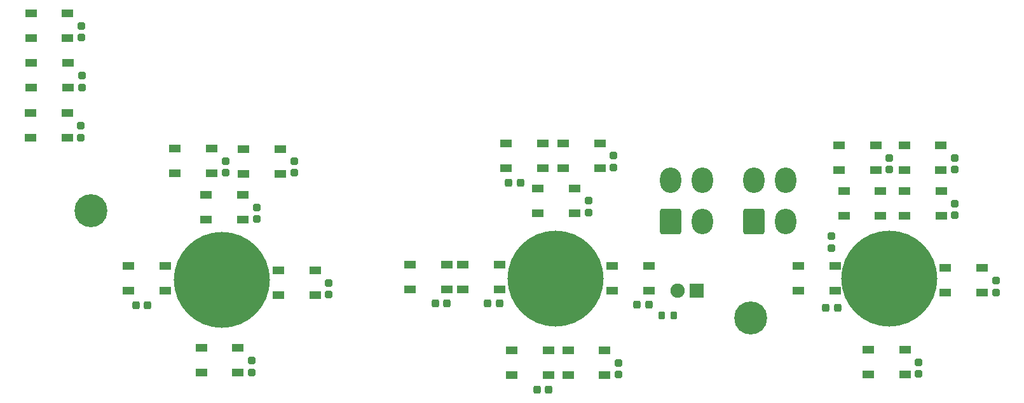
<source format=gbr>
%TF.GenerationSoftware,KiCad,Pcbnew,(6.0.9)*%
%TF.CreationDate,2023-01-06T20:53:46-09:00*%
%TF.ProjectId,ELEC PANEL,454c4543-2050-4414-9e45-4c2e6b696361,rev?*%
%TF.SameCoordinates,Original*%
%TF.FileFunction,Soldermask,Top*%
%TF.FilePolarity,Negative*%
%FSLAX46Y46*%
G04 Gerber Fmt 4.6, Leading zero omitted, Abs format (unit mm)*
G04 Created by KiCad (PCBNEW (6.0.9)) date 2023-01-06 20:53:46*
%MOMM*%
%LPD*%
G01*
G04 APERTURE LIST*
G04 Aperture macros list*
%AMRoundRect*
0 Rectangle with rounded corners*
0 $1 Rounding radius*
0 $2 $3 $4 $5 $6 $7 $8 $9 X,Y pos of 4 corners*
0 Add a 4 corners polygon primitive as box body*
4,1,4,$2,$3,$4,$5,$6,$7,$8,$9,$2,$3,0*
0 Add four circle primitives for the rounded corners*
1,1,$1+$1,$2,$3*
1,1,$1+$1,$4,$5*
1,1,$1+$1,$6,$7*
1,1,$1+$1,$8,$9*
0 Add four rect primitives between the rounded corners*
20,1,$1+$1,$2,$3,$4,$5,0*
20,1,$1+$1,$4,$5,$6,$7,0*
20,1,$1+$1,$6,$7,$8,$9,0*
20,1,$1+$1,$8,$9,$2,$3,0*%
G04 Aperture macros list end*
%ADD10RoundRect,0.050000X-0.750000X-0.450000X0.750000X-0.450000X0.750000X0.450000X-0.750000X0.450000X0*%
%ADD11RoundRect,0.250000X0.200000X0.275000X-0.200000X0.275000X-0.200000X-0.275000X0.200000X-0.275000X0*%
%ADD12RoundRect,0.275000X-0.250000X0.225000X-0.250000X-0.225000X0.250000X-0.225000X0.250000X0.225000X0*%
%ADD13RoundRect,0.275000X-0.225000X-0.250000X0.225000X-0.250000X0.225000X0.250000X-0.225000X0.250000X0*%
%ADD14RoundRect,0.275000X0.225000X0.250000X-0.225000X0.250000X-0.225000X-0.250000X0.225000X-0.250000X0*%
%ADD15RoundRect,0.275000X0.250000X-0.225000X0.250000X0.225000X-0.250000X0.225000X-0.250000X-0.225000X0*%
%ADD16C,12.800000*%
%ADD17C,4.400000*%
%ADD18RoundRect,0.050000X0.900000X0.900000X-0.900000X0.900000X-0.900000X-0.900000X0.900000X-0.900000X0*%
%ADD19C,1.900000*%
%ADD20RoundRect,0.300001X-1.099999X-1.399999X1.099999X-1.399999X1.099999X1.399999X-1.099999X1.399999X0*%
%ADD21O,2.800000X3.400000*%
G04 APERTURE END LIST*
D10*
%TO.C,D2*%
X32373400Y-99417000D03*
X32373400Y-102717000D03*
X37273400Y-102717000D03*
X37273400Y-99417000D03*
%TD*%
%TO.C,D3*%
X32398800Y-106046000D03*
X32398800Y-109346000D03*
X37298800Y-109346000D03*
X37298800Y-106046000D03*
%TD*%
%TO.C,D4*%
X32311000Y-112752000D03*
X32311000Y-116052000D03*
X37211000Y-116052000D03*
X37211000Y-112752000D03*
%TD*%
%TO.C,D5*%
X51550400Y-117451000D03*
X51550400Y-120751000D03*
X56450400Y-120751000D03*
X56450400Y-117451000D03*
%TD*%
%TO.C,D6*%
X60680600Y-117501000D03*
X60680600Y-120801000D03*
X65580600Y-120801000D03*
X65580600Y-117501000D03*
%TD*%
%TO.C,D7*%
X55716000Y-123648000D03*
X55716000Y-126948000D03*
X60616000Y-126948000D03*
X60616000Y-123648000D03*
%TD*%
%TO.C,D8*%
X65331000Y-133681000D03*
X65331000Y-136981000D03*
X70231000Y-136981000D03*
X70231000Y-133681000D03*
%TD*%
%TO.C,D9*%
X55069400Y-144070000D03*
X55069400Y-147370000D03*
X59969400Y-147370000D03*
X59969400Y-144070000D03*
%TD*%
%TO.C,D10*%
X45392000Y-133122000D03*
X45392000Y-136422000D03*
X50292000Y-136422000D03*
X50292000Y-133122000D03*
%TD*%
%TO.C,D11*%
X95644800Y-116739000D03*
X95644800Y-120039000D03*
X100544800Y-120039000D03*
X100544800Y-116739000D03*
%TD*%
%TO.C,D12*%
X103304000Y-116739000D03*
X103304000Y-120039000D03*
X108204000Y-120039000D03*
X108204000Y-116739000D03*
%TD*%
%TO.C,D13*%
X99926000Y-122759000D03*
X99926000Y-126059000D03*
X104826000Y-126059000D03*
X104826000Y-122759000D03*
%TD*%
%TO.C,D14*%
X109793000Y-133122000D03*
X109793000Y-136422000D03*
X114693000Y-136422000D03*
X114693000Y-133122000D03*
%TD*%
%TO.C,D15*%
X103914000Y-144374000D03*
X103914000Y-147674000D03*
X108814000Y-147674000D03*
X108814000Y-144374000D03*
%TD*%
%TO.C,D16*%
X96443800Y-144400000D03*
X96443800Y-147700000D03*
X101343800Y-147700000D03*
X101343800Y-144400000D03*
%TD*%
%TO.C,D17*%
X82880200Y-132944000D03*
X82880200Y-136244000D03*
X87780200Y-136244000D03*
X87780200Y-132944000D03*
%TD*%
%TO.C,D18*%
X89918200Y-132919000D03*
X89918200Y-136219000D03*
X94818200Y-136219000D03*
X94818200Y-132919000D03*
%TD*%
%TO.C,D19*%
X140005000Y-117044000D03*
X140005000Y-120344000D03*
X144905000Y-120344000D03*
X144905000Y-117044000D03*
%TD*%
%TO.C,D20*%
X148705000Y-117044000D03*
X148705000Y-120344000D03*
X153605000Y-120344000D03*
X153605000Y-117044000D03*
%TD*%
%TO.C,D21*%
X148717000Y-123089000D03*
X148717000Y-126389000D03*
X153617000Y-126389000D03*
X153617000Y-123089000D03*
%TD*%
%TO.C,D22*%
X154180000Y-133402000D03*
X154180000Y-136702000D03*
X159080000Y-136702000D03*
X159080000Y-133402000D03*
%TD*%
%TO.C,D23*%
X143905000Y-144298000D03*
X143905000Y-147598000D03*
X148805000Y-147598000D03*
X148805000Y-144298000D03*
%TD*%
%TO.C,D24*%
X134622000Y-133097000D03*
X134622000Y-136397000D03*
X139522000Y-136397000D03*
X139522000Y-133097000D03*
%TD*%
%TO.C,D25*%
X140667000Y-123115000D03*
X140667000Y-126415000D03*
X145567000Y-126415000D03*
X145567000Y-123115000D03*
%TD*%
D11*
%TO.C,R1*%
X118015000Y-139680000D03*
X116365000Y-139680000D03*
%TD*%
D12*
%TO.C,C2*%
X39100000Y-101087000D03*
X39100000Y-102637000D03*
%TD*%
%TO.C,C3*%
X39150000Y-107737000D03*
X39150000Y-109287000D03*
%TD*%
%TO.C,C4*%
X39050000Y-114437000D03*
X39050000Y-115987000D03*
%TD*%
%TO.C,C5*%
X58300000Y-119137000D03*
X58300000Y-120687000D03*
%TD*%
%TO.C,C6*%
X67450000Y-119137000D03*
X67450000Y-120687000D03*
%TD*%
%TO.C,C7*%
X62450000Y-125337000D03*
X62450000Y-126887000D03*
%TD*%
%TO.C,C8*%
X72050000Y-135363000D03*
X72050000Y-136913000D03*
%TD*%
%TO.C,C9*%
X61800000Y-145763000D03*
X61800000Y-147313000D03*
%TD*%
D13*
%TO.C,C10*%
X46387500Y-138350000D03*
X47937500Y-138350000D03*
%TD*%
%TO.C,C11*%
X96037500Y-122000000D03*
X97587500Y-122000000D03*
%TD*%
D12*
%TO.C,C12*%
X110000000Y-118413000D03*
X110000000Y-119963000D03*
%TD*%
%TO.C,C13*%
X106650000Y-124437000D03*
X106650000Y-125987000D03*
%TD*%
D13*
%TO.C,C14*%
X113125000Y-138300000D03*
X114675000Y-138300000D03*
%TD*%
D12*
%TO.C,C15*%
X110650000Y-146087000D03*
X110650000Y-147637000D03*
%TD*%
D13*
%TO.C,C17*%
X86237500Y-138150000D03*
X87787500Y-138150000D03*
%TD*%
%TO.C,C18*%
X93237500Y-138100000D03*
X94787500Y-138100000D03*
%TD*%
D12*
%TO.C,C19*%
X146750000Y-118737000D03*
X146750000Y-120287000D03*
%TD*%
D13*
%TO.C,C16*%
X99787000Y-149600000D03*
X101337000Y-149600000D03*
%TD*%
D12*
%TO.C,C20*%
X155450000Y-118687000D03*
X155450000Y-120237000D03*
%TD*%
%TO.C,C21*%
X155450000Y-124787000D03*
X155450000Y-126337000D03*
%TD*%
%TO.C,C22*%
X160910000Y-135095000D03*
X160910000Y-136645000D03*
%TD*%
%TO.C,C23*%
X150600000Y-145977000D03*
X150600000Y-147527000D03*
%TD*%
D14*
%TO.C,C24*%
X139832500Y-138700000D03*
X138282500Y-138700000D03*
%TD*%
D15*
%TO.C,C25*%
X138980000Y-130715000D03*
X138980000Y-129165000D03*
%TD*%
D16*
%TO.C,3*%
X146710400Y-134797800D03*
X146710400Y-134797800D03*
%TD*%
%TO.C,2*%
X102260400Y-134797800D03*
X102260400Y-134797800D03*
%TD*%
%TO.C,1*%
X57810400Y-134979916D03*
X57810400Y-134979916D03*
%TD*%
D17*
%TO.C,4*%
X128295400Y-140068300D03*
%TD*%
%TO.C,5*%
X40411400Y-125780800D03*
%TD*%
D18*
%TO.C,D1*%
X121050000Y-136460000D03*
D19*
X118510000Y-136460000D03*
%TD*%
D20*
%TO.C,J1*%
X117580000Y-127180000D03*
D21*
X121780000Y-127180000D03*
X117580000Y-121680000D03*
X121780000Y-121680000D03*
%TD*%
D20*
%TO.C,J2*%
X128670000Y-127180000D03*
D21*
X132870000Y-127180000D03*
X128670000Y-121680000D03*
X132870000Y-121680000D03*
%TD*%
M02*

</source>
